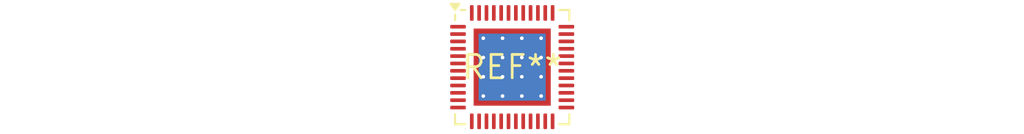
<source format=kicad_pcb>
(kicad_pcb (version 20240108) (generator pcbnew)
  (layers (0 "F.Cu" signal) (31 "B.Cu" signal) (34 "B.Paste" user) (35 "F.Paste" user) (36 "B.SilkS" user "B.Silkscreen") (37 "F.SilkS" user "F.Silkscreen") (38 "B.Mask" user) (39 "F.Mask" user) (44 "Edge.Cuts" user))
  (net 0 "")
  (footprint "QFN-48-1EP_6x6mm_P0.4mm_EP4.2x4.2mm_ThermalVias" (layer "F.Cu") (at 0 0)
    (property "Reference" "REF**")
    (property "Value" "QFN-48-1EP_6x6mm_P0.4mm_EP4.2x4.2mm_ThermalVias")
    (fp_line (start -3.11 -2.56) (end -3.11 -2.87) (layer "F.SilkS") (stroke (width 0.12)))
    (fp_line (start -3.11 3.11) (end -3.11 2.56) (layer "F.SilkS") (stroke (width 0.12)))
    (fp_line (start -2.56 -3.11) (end -2.81 -3.11) (layer "F.SilkS") (stroke (width 0.12)))
    (fp_line (start -2.56 3.11) (end -3.11 3.11) (layer "F.SilkS") (stroke (width 0.12)))
    (fp_line (start 2.56 -3.11) (end 3.11 -3.11) (layer "F.SilkS") (stroke (width 0.12)))
    (fp_line (start 2.56 3.11) (end 3.11 3.11) (layer "F.SilkS") (stroke (width 0.12)))
    (fp_line (start 3.11 -3.11) (end 3.11 -2.56) (layer "F.SilkS") (stroke (width 0.12)))
    (fp_line (start 3.11 3.11) (end 3.11 2.56) (layer "F.SilkS") (stroke (width 0.12)))
    (fp_poly (pts (xy -3.11 -3.11) (xy -3.35 -3.44) (xy -2.87 -3.44) (xy -3.11 -3.11)) (layer "F.SilkS") (stroke (width 0.12)) (fill solid))
    (pad "1" smd roundrect (at -2.95 -2.2) (size 0.85 0.2) (layers "F.Cu" "F.Paste" "F.Mask"))
    (pad "2" smd roundrect (at -2.95 -1.8) (size 0.85 0.2) (layers "F.Cu" "F.Paste" "F.Mask"))
    (pad "3" smd roundrect (at -2.95 -1.4) (size 0.85 0.2) (layers "F.Cu" "F.Paste" "F.Mask"))
    (pad "4" smd roundrect (at -2.95 -1) (size 0.85 0.2) (layers "F.Cu" "F.Paste" "F.Mask"))
    (pad "5" smd roundrect (at -2.95 -0.6) (size 0.85 0.2) (layers "F.Cu" "F.Paste" "F.Mask"))
    (pad "6" smd roundrect (at -2.95 -0.2) (size 0.85 0.2) (layers "F.Cu" "F.Paste" "F.Mask"))
    (pad "7" smd roundrect (at -2.95 0.2) (size 0.85 0.2) (layers "F.Cu" "F.Paste" "F.Mask"))
    (pad "8" smd roundrect (at -2.95 0.6) (size 0.85 0.2) (layers "F.Cu" "F.Paste" "F.Mask"))
    (pad "9" smd roundrect (at -2.95 1) (size 0.85 0.2) (layers "F.Cu" "F.Paste" "F.Mask"))
    (pad "10" smd roundrect (at -2.95 1.4) (size 0.85 0.2) (layers "F.Cu" "F.Paste" "F.Mask"))
    (pad "11" smd roundrect (at -2.95 1.8) (size 0.85 0.2) (layers "F.Cu" "F.Paste" "F.Mask"))
    (pad "12" smd roundrect (at -2.95 2.2) (size 0.85 0.2) (layers "F.Cu" "F.Paste" "F.Mask"))
    (pad "13" smd roundrect (at -2.2 2.95) (size 0.2 0.85) (layers "F.Cu" "F.Paste" "F.Mask"))
    (pad "14" smd roundrect (at -1.8 2.95) (size 0.2 0.85) (layers "F.Cu" "F.Paste" "F.Mask"))
    (pad "15" smd roundrect (at -1.4 2.95) (size 0.2 0.85) (layers "F.Cu" "F.Paste" "F.Mask"))
    (pad "16" smd roundrect (at -1 2.95) (size 0.2 0.85) (layers "F.Cu" "F.Paste" "F.Mask"))
    (pad "17" smd roundrect (at -0.6 2.95) (size 0.2 0.85) (layers "F.Cu" "F.Paste" "F.Mask"))
    (pad "18" smd roundrect (at -0.2 2.95) (size 0.2 0.85) (layers "F.Cu" "F.Paste" "F.Mask"))
    (pad "19" smd roundrect (at 0.2 2.95) (size 0.2 0.85) (layers "F.Cu" "F.Paste" "F.Mask"))
    (pad "20" smd roundrect (at 0.6 2.95) (size 0.2 0.85) (layers "F.Cu" "F.Paste" "F.Mask"))
    (pad "21" smd roundrect (at 1 2.95) (size 0.2 0.85) (layers "F.Cu" "F.Paste" "F.Mask"))
    (pad "22" smd roundrect (at 1.4 2.95) (size 0.2 0.85) (layers "F.Cu" "F.Paste" "F.Mask"))
    (pad "23" smd roundrect (at 1.8 2.95) (size 0.2 0.85) (layers "F.Cu" "F.Paste" "F.Mask"))
    (pad "24" smd roundrect (at 2.2 2.95) (size 0.2 0.85) (layers "F.Cu" "F.Paste" "F.Mask"))
    (pad "25" smd roundrect (at 2.95 2.2) (size 0.85 0.2) (layers "F.Cu" "F.Paste" "F.Mask"))
    (pad "26" smd roundrect (at 2.95 1.8) (size 0.85 0.2) (layers "F.Cu" "F.Paste" "F.Mask"))
    (pad "27" smd roundrect (at 2.95 1.4) (size 0.85 0.2) (layers "F.Cu" "F.Paste" "F.Mask"))
    (pad "28" smd roundrect (at 2.95 1) (size 0.85 0.2) (layers "F.Cu" "F.Paste" "F.Mask"))
    (pad "29" smd roundrect (at 2.95 0.6) (size 0.85 0.2) (layers "F.Cu" "F.Paste" "F.Mask"))
    (pad "30" smd roundrect (at 2.95 0.2) (size 0.85 0.2) (layers "F.Cu" "F.Paste" "F.Mask"))
    (pad "31" smd roundrect (at 2.95 -0.2) (size 0.85 0.2) (layers "F.Cu" "F.Paste" "F.Mask"))
    (pad "32" smd roundrect (at 2.95 -0.6) (size 0.85 0.2) (layers "F.Cu" "F.Paste" "F.Mask"))
    (pad "33" smd roundrect (at 2.95 -1) (size 0.85 0.2) (layers "F.Cu" "F.Paste" "F.Mask"))
    (pad "34" smd roundrect (at 2.95 -1.4) (size 0.85 0.2) (layers "F.Cu" "F.Paste" "F.Mask"))
    (pad "35" smd roundrect (at 2.95 -1.8) (size 0.85 0.2) (layers "F.Cu" "F.Paste" "F.Mask"))
    (pad "36" smd roundrect (at 2.95 -2.2) (size 0.85 0.2) (layers "F.Cu" "F.Paste" "F.Mask"))
    (pad "37" smd roundrect (at 2.2 -2.95) (size 0.2 0.85) (layers "F.Cu" "F.Paste" "F.Mask"))
    (pad "38" smd roundrect (at 1.8 -2.95) (size 0.2 0.85) (layers "F.Cu" "F.Paste" "F.Mask"))
    (pad "39" smd roundrect (at 1.4 -2.95) (size 0.2 0.85) (layers "F.Cu" "F.Paste" "F.Mask"))
    (pad "40" smd roundrect (at 1 -2.95) (size 0.2 0.85) (layers "F.Cu" "F.Paste" "F.Mask"))
    (pad "41" smd roundrect (at 0.6 -2.95) (size 0.2 0.85) (layers "F.Cu" "F.Paste" "F.Mask"))
    (pad "42" smd roundrect (at 0.2 -2.95) (size 0.2 0.85) (layers "F.Cu" "F.Paste" "F.Mask"))
    (pad "43" smd roundrect (at -0.2 -2.95) (size 0.2 0.85) (layers "F.Cu" "F.Paste" "F.Mask"))
    (pad "44" smd roundrect (at -0.6 -2.95) (size 0.2 0.85) (layers "F.Cu" "F.Paste" "F.Mask"))
    (pad "45" smd roundrect (at -1 -2.95) (size 0.2 0.85) (layers "F.Cu" "F.Paste" "F.Mask"))
    (pad "46" smd roundrect (at -1.4 -2.95) (size 0.2 0.85) (layers "F.Cu" "F.Paste" "F.Mask"))
    (pad "47" smd roundrect (at -1.8 -2.95) (size 0.2 0.85) (layers "F.Cu" "F.Paste" "F.Mask"))
    (pad "48" smd roundrect (at -2.2 -2.95) (size 0.2 0.85) (layers "F.Cu" "F.Paste" "F.Mask"))
    (pad "49" thru_hole circle (at -1.575 -1.575) (size 0.5 0.5) (drill 0.2) (property pad_prop_heatsink) (layers *.Cu) (remove_unused_layers))
    (pad "49" thru_hole circle (at -1.575 -0.525) (size 0.5 0.5) (drill 0.2) (property pad_prop_heatsink) (layers *.Cu) (remove_unused_layers))
    (pad "49" thru_hole circle (at -1.575 0.525) (size 0.5 0.5) (drill 0.2) (property pad_prop_heatsink) (layers *.Cu) (remove_unused_layers))
    (pad "49" thru_hole circle (at -1.575 1.575) (size 0.5 0.5) (drill 0.2) (property pad_prop_heatsink) (layers *.Cu) (remove_unused_layers))
    (pad "49" thru_hole circle (at -0.525 -1.575) (size 0.5 0.5) (drill 0.2) (property pad_prop_heatsink) (layers *.Cu) (remove_unused_layers))
    (pad "49" thru_hole circle (at -0.525 -0.525) (size 0.5 0.5) (drill 0.2) (property pad_prop_heatsink) (layers *.Cu) (remove_unused_layers))
    (pad "49" thru_hole circle (at -0.525 0.525) (size 0.5 0.5) (drill 0.2) (property pad_prop_heatsink) (layers *.Cu) (remove_unused_layers))
    (pad "49" thru_hole circle (at -0.525 1.575) (size 0.5 0.5) (drill 0.2) (property pad_prop_heatsink) (layers *.Cu) (remove_unused_layers))
    (pad "49" smd rect (at 0 0) (size 3.65 3.65) (property pad_prop_heatsink) (layers "B.Cu"))
    (pad "49" smd rect (at 0 0) (size 4.2 4.2) (property pad_prop_heatsink) (layers "F.Cu" "F.Mask"))
    (pad "49" thru_hole circle (at 0.525 -1.575) (size 0.5 0.5) (drill 0.2) (property pad_prop_heatsink) (layers *.Cu) (remove_unused_layers))
    (pad "49" thru_hole circle (at 0.525 -0.525) (size 0.5 0.5) (drill 0.2) (property pad_prop_heatsink) (layers *.Cu) (remove_unused_layers))
    (pad "49" thru_hole circle (at 0.525 0.525) (size 0.5 0.5) (drill 0.2) (property pad_prop_heatsink) (layers *.Cu) (remove_unused_layers))
    (pad "49" thru_hole circle (at 0.525 1.575) (size 0.5 0.5) (drill 0.2) (property pad_prop_heatsink) (layers *.Cu) (remove_unused_layers))
    (pad "49" thru_hole circle (at 1.575 -1.575) (size 0.5 0.5) (drill 0.2) (property pad_prop_heatsink) (layers *.Cu) (remove_unused_layers))
    (pad "49" thru_hole circle (at 1.575 -0.525) (size 0.5 0.5) (drill 0.2) (property pad_prop_heatsink) (layers *.Cu) (remove_unused_layers))
    (pad "49" thru_hole circle (at 1.575 0.525) (size 0.5 0.5) (drill 0.2) (property pad_prop_heatsink) (layers *.Cu) (remove_unused_layers))
    (pad "49" thru_hole circle (at 1.575 1.575) (size 0.5 0.5) (drill 0.2) (property pad_prop_heatsink) (layers *.Cu) (remove_unused_layers))
  )
)
</source>
